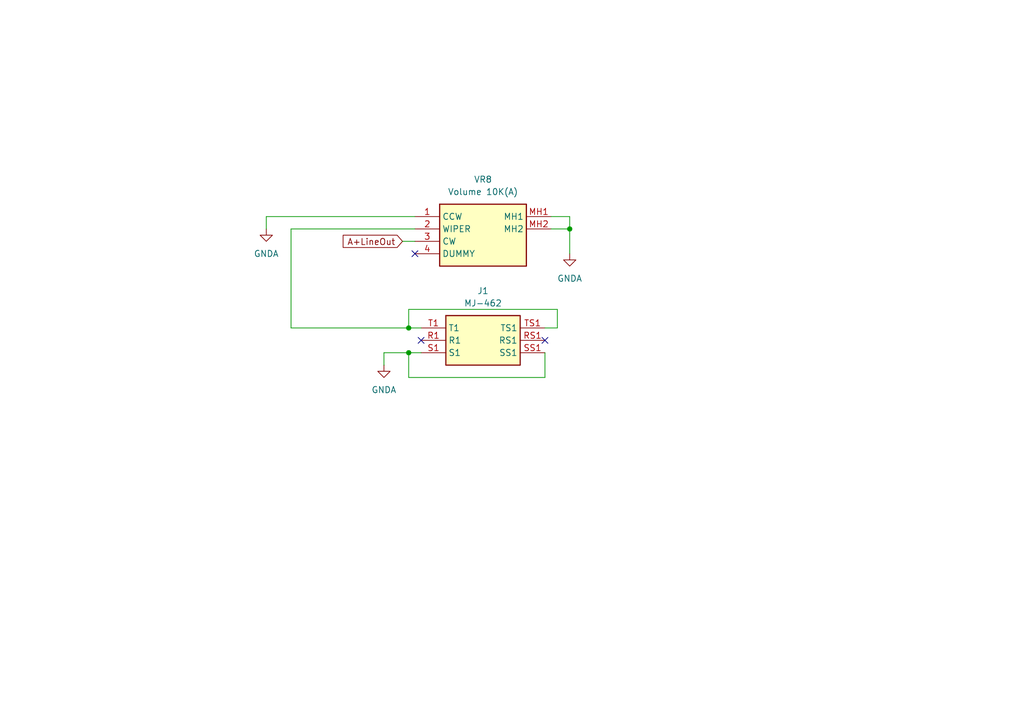
<source format=kicad_sch>
(kicad_sch (version 20231120) (generator "eeschema") (generator_version "8.0")
  (paper "A5")
  (lib_symbols
    (symbol "SamacSys_Parts:MJ-462"
      (property "Reference" "J" (at 21.59 7.62 0))
      (property "Value" "MJ-462" (at 21.59 5.08 0))
      (symbol "MJ-462_1_1"
        (rectangle (start 5.08 2.54) (end 20.32 -7.62) (stroke (width 0.254)) (fill (type background)))
        (pin passive line (at 0 -2.54 0) (length 5.08) (name "R1") (number "R1"))
        (pin passive line (at 25.4 -2.54 180) (length 5.08) (name "RS1") (number "RS1"))
        (pin passive line (at 0 -5.08 0) (length 5.08) (name "S1") (number "S1"))
        (pin passive line (at 25.4 -5.08 180) (length 5.08) (name "SS1") (number "SS1"))
        (pin passive line (at 0 0 0) (length 5.08) (name "T1") (number "T1"))
        (pin passive line (at 25.4 0 180) (length 5.08) (name "TS1") (number "TS1"))
      )
    )
    (symbol "SamacSys_Parts:PTV111-3420A-A103"
      (property "Reference" "VR" (at 24.13 7.62 0))
      (property "Value" "PTV111-3420A-A103" (at 24.13 5.08 0))
      (symbol "PTV111-3420A-A103_1_1"
        (rectangle (start 5.08 2.54) (end 22.86 -10.16) (stroke (width 0.254)) (fill (type background)))
        (pin passive line (at 0 0 0) (length 5.08) (name "CCW") (number "1"))
        (pin passive line (at 0 -2.54 0) (length 5.08) (name "WIPER") (number "2"))
        (pin passive line (at 0 -5.08 0) (length 5.08) (name "CW") (number "3"))
        (pin passive line (at 0 -7.62 0) (length 5.08) (name "DUMMY") (number "4"))
        (pin passive line (at 27.94 0 180) (length 5.08) (name "MH1") (number "MH1"))
        (pin passive line (at 27.94 -2.54 180) (length 5.08) (name "MH2") (number "MH2"))
      )
    )
    (symbol "power:GNDA" (power) (pin_numbers hide) (pin_names (offset 0) hide)
      (property "Value" "GNDA" (at 0 -3.81 0))
      (symbol "GNDA_0_1"
        (polyline (pts (xy 0 0) (xy 0 -1.27) (xy 1.27 -1.27) (xy 0 -2.54) (xy -1.27 -1.27) (xy 0 -1.27)))
      )
      (symbol "GNDA_1_1"
        (pin power_in line (at 0 0 270) (length 0) (name "~") (number "1"))
      )
    )
  )
  (junction (at 116.84 46.99))
  (junction (at 83.82 67.31))
  (junction (at 83.82 72.39))
  (no_connect (at 85.09 52.07))
  (no_connect (at 111.76 69.85))
  (no_connect (at 86.36 69.85))
  (wire (pts (xy 59.69 67.31) (xy 83.82 67.31)))
  (wire (pts (xy 82.55 49.53) (xy 85.09 49.53)))
  (wire (pts (xy 78.74 72.39) (xy 78.74 74.93)))
  (wire (pts (xy 86.36 72.39) (xy 83.82 72.39)))
  (wire (pts (xy 85.09 46.99) (xy 59.69 46.99)))
  (wire (pts (xy 113.03 46.99) (xy 116.84 46.99)))
  (wire (pts (xy 83.82 67.31) (xy 86.36 67.31)))
  (wire (pts (xy 116.84 44.45) (xy 116.84 46.99)))
  (wire (pts (xy 116.84 46.99) (xy 116.84 52.07)))
  (wire (pts (xy 114.3 63.5) (xy 114.3 67.31)))
  (wire (pts (xy 54.61 44.45) (xy 85.09 44.45)))
  (wire (pts (xy 111.76 77.47) (xy 83.82 77.47)))
  (wire (pts (xy 59.69 46.99) (xy 59.69 67.31)))
  (wire (pts (xy 83.82 77.47) (xy 83.82 72.39)))
  (wire (pts (xy 114.3 67.31) (xy 111.76 67.31)))
  (wire (pts (xy 83.82 63.5) (xy 114.3 63.5)))
  (wire (pts (xy 83.82 67.31) (xy 83.82 63.5)))
  (wire (pts (xy 54.61 46.99) (xy 54.61 44.45)))
  (wire (pts (xy 113.03 44.45) (xy 116.84 44.45)))
  (wire (pts (xy 83.82 72.39) (xy 78.74 72.39)))
  (wire (pts (xy 111.76 72.39) (xy 111.76 77.47)))
  (global_label "A+LineOut" (shape input) (at 82.55 49.53 180) (property "Intersheetrefs" "${INTERSHEET_REFS}" (effects (hide yes))))
  (symbol (lib_id "SamacSys_Parts:PTV111-3420A-A103") (at 85.09 44.45 0) (unit 1)
    (property "Reference" "VR8" (at 99.06 36.83 0))
    (property "Value" "Volume 10K(A)" (at 99.06 39.37 0))
    (property "Footprint" "PTV1113420AA103" (effects (hide yes)))
    (property "Datasheet" "https://www.bourns.com/docs/Product-Datasheets/PTVPTT.pdf" (effects (hide yes)))
    (property "Description" "Potentiometers PANEL CONTROL" (effects (hide yes)))
    (property "Height" "27.5" (effects (hide yes)))
    (property "Manufacturer_Name" "Bourns" (effects (hide yes)))
    (property "Manufacturer_Part_Number" "PTV111-3420A-A103" (effects (hide yes)))
    (property "Mouser Part Number" "652-PTV1113420AA103" (effects (hide yes)))
    (property "Mouser Price/Stock" "https://www.mouser.co.uk/ProductDetail/Bourns/PTV111-3420A-A103?qs=Zq5ylnUbLm6%252B83XsyS3Q%252Bw%3D%3D" (effects (hide yes)))
    (property "Arrow Part Number" "PTV111-3420A-A103" (effects (hide yes)))
    (property "Arrow Price/Stock" "https://www.arrow.com/en/products/ptv111-3420a-a103/bourns?region=nac" (effects (hide yes)))
  )
  (symbol (lib_id "power:GNDA") (at 54.61 46.99 0) (unit 1)
    (property "Reference" "#PWR05" (effects (hide yes)))
    (property "Value" "GNDA" (at 54.61 52.07 0))
    (property "Description" "Power symbol creates a global label with name \"GNDA\" , analog ground" (effects (hide yes)))
  )
  (symbol (lib_id "power:GNDA") (at 116.84 52.07 0) (unit 1)
    (property "Reference" "#PWR07" (effects (hide yes)))
    (property "Value" "GNDA" (at 116.84 57.15 0))
    (property "Description" "Power symbol creates a global label with name \"GNDA\" , analog ground" (effects (hide yes)))
  )
  (symbol (lib_id "SamacSys_Parts:MJ-462") (at 86.36 67.31 0) (unit 1)
    (property "Reference" "J1" (at 99.06 59.69 0))
    (property "Value" "MJ-462" (at 99.06 62.23 0))
    (property "Footprint" "MJ462" (effects (hide yes)))
    (property "Datasheet" "https://akizukidenshi.com/download/ds/avvicon/MJ-462.pdf" (effects (hide yes)))
    (property "Description" "headphone jack" (effects (hide yes)))
    (property "Height" "15.5" (effects (hide yes)))
    (property "Manufacturer_Name" "Avvicon" (effects (hide yes)))
    (property "Manufacturer_Part_Number" "MJ-462" (effects (hide yes)))
  )
  (symbol (lib_id "power:GNDA") (at 78.74 74.93 0) (unit 1)
    (property "Reference" "#PWR06" (effects (hide yes)))
    (property "Value" "GNDA" (at 78.74 80.01 0))
    (property "Description" "Power symbol creates a global label with name \"GNDA\" , analog ground" (effects (hide yes)))
  )
)
</source>
